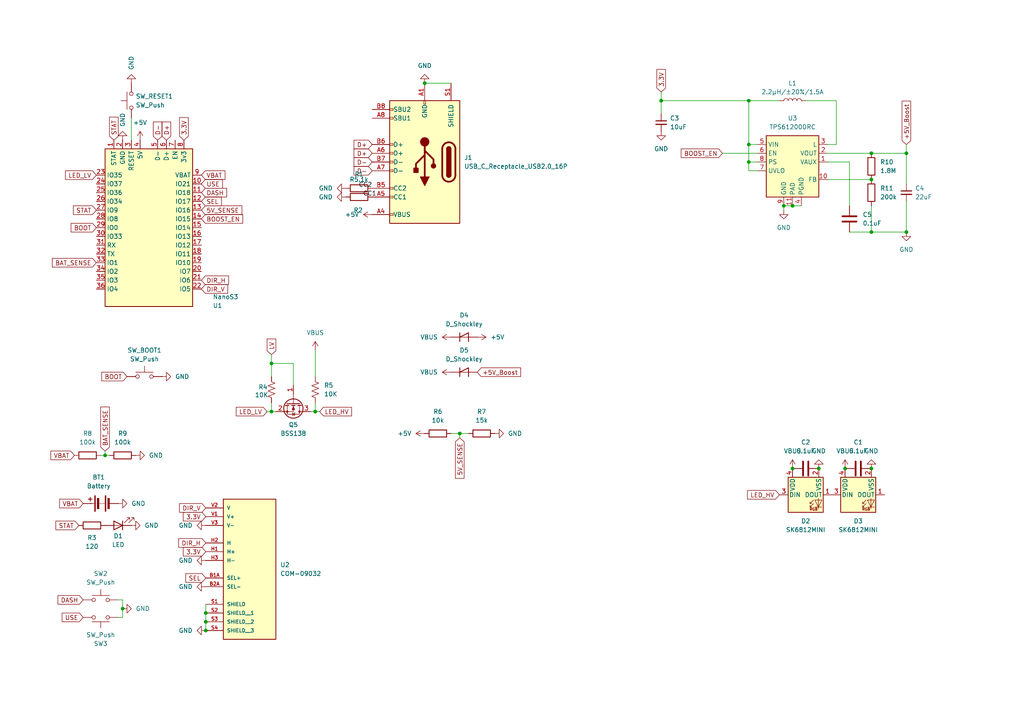
<source format=kicad_sch>
(kicad_sch (version 20250114) (generator "eeschema") (generator_version "9.0")
  (paper "A4")
  (lib_symbols
    (symbol "COM-09032:COM-09032" (pin_names (offset 1.016))
      (property "Reference" "U" (at -7.62 16.002 0))
      (property "Value" "COM-09032" (at -7.62 -27.94 0))
      (symbol "COM-09032_0_0"
        (rectangle (start -7.62 -25.4) (end 7.62 15.24) (stroke (width 0.254)) (fill (type background)))
        (pin passive line (at -12.7 12.7 0) (length 5.08) (name "V") (number "V2"))
        (pin passive line (at -12.7 10.16 0) (length 5.08) (name "V+") (number "V1"))
        (pin passive line (at -12.7 7.62 0) (length 5.08) (name "V-") (number "V3"))
        (pin passive line (at -12.7 2.54 0) (length 5.08) (name "H") (number "H2"))
        (pin passive line (at -12.7 0 0) (length 5.08) (name "H+") (number "H1"))
        (pin passive line (at -12.7 -2.54 0) (length 5.08) (name "H-") (number "H3"))
        (pin passive line (at -12.7 -7.62 0) (length 5.08) (name "SEL+") (number "B1A"))
        (pin passive line (at -12.7 -10.16 0) (length 5.08) (name "SEL-") (number "B2A"))
        (pin passive line (at -12.7 -15.24 0) (length 5.08) (name "SHIELD") (number "S1"))
        (pin passive line (at -12.7 -17.78 0) (length 5.08) (name "SHIELD__1") (number "S2"))
        (pin passive line (at -12.7 -20.32 0) (length 5.08) (name "SHIELD__2") (number "S3"))
        (pin passive line (at -12.7 -22.86 0) (length 5.08) (name "SHIELD__3") (number "S4"))
      )
    )
    (symbol "Connector:USB_C_Receptacle_USB2.0_16P" (pin_names (offset 1.016))
      (property "Reference" "J" (at 0 22.225 0))
      (property "Value" "USB_C_Receptacle_USB2.0_16P" (at 0 19.685 0))
      (symbol "USB_C_Receptacle_USB2.0_16P_0_0"
        (rectangle (start -0.254 -17.78) (end 0.254 -16.764))
        (rectangle (start 10.16 15.494) (end 9.144 14.986))
        (rectangle (start 10.16 10.414) (end 9.144 9.906))
        (rectangle (start 10.16 7.874) (end 9.144 7.366))
        (rectangle (start 10.16 2.794) (end 9.144 2.286))
        (rectangle (start 10.16 0.254) (end 9.144 -0.254))
        (rectangle (start 10.16 -2.286) (end 9.144 -2.794))
        (rectangle (start 10.16 -4.826) (end 9.144 -5.334))
        (rectangle (start 10.16 -12.446) (end 9.144 -12.954))
        (rectangle (start 10.16 -14.986) (end 9.144 -15.494))
      )
      (symbol "USB_C_Receptacle_USB2.0_16P_0_1"
        (rectangle (start -10.16 17.78) (end 10.16 -17.78) (stroke (width 0.254)) (fill (type background)))
        (polyline (pts (xy -8.89 -3.81) (xy -8.89 3.81)) (stroke (width 0.508)))
        (rectangle (start -7.62 -3.81) (end -6.35 3.81) (stroke (width 0.254)) (fill (type outline)))
        (arc (start -7.62 3.81) (mid -6.985 4.4423) (end -6.35 3.81) (stroke (width 0.254)))
        (arc (start -7.62 3.81) (mid -6.985 4.4423) (end -6.35 3.81) (stroke (width 0.254)) (fill (type outline)))
        (arc (start -8.89 3.81) (mid -6.985 5.7067) (end -5.08 3.81) (stroke (width 0.508)))
        (arc (start -5.08 -3.81) (mid -6.985 -5.7067) (end -8.89 -3.81) (stroke (width 0.508)))
        (arc (start -6.35 -3.81) (mid -6.985 -4.4423) (end -7.62 -3.81) (stroke (width 0.254)))
        (arc (start -6.35 -3.81) (mid -6.985 -4.4423) (end -7.62 -3.81) (stroke (width 0.254)) (fill (type outline)))
        (polyline (pts (xy -5.08 3.81) (xy -5.08 -3.81)) (stroke (width 0.508)))
        (circle (center -2.54 1.143) (radius 0.635) (stroke (width 0.254)) (fill (type outline)))
        (polyline (pts (xy -1.27 4.318) (xy 0 6.858) (xy 1.27 4.318) (xy -1.27 4.318)) (stroke (width 0.254)) (fill (type outline)))
        (polyline (pts (xy 0 -2.032) (xy 2.54 0.508) (xy 2.54 1.778)) (stroke (width 0.508)))
        (polyline (pts (xy 0 -3.302) (xy -2.54 -0.762) (xy -2.54 0.508)) (stroke (width 0.508)))
        (polyline (pts (xy 0 -5.842) (xy 0 4.318)) (stroke (width 0.508)))
        (circle (center 0 -5.842) (radius 1.27) (fill (type outline)))
        (rectangle (start 1.905 1.778) (end 3.175 3.048) (stroke (width 0.254)) (fill (type outline)))
      )
      (symbol "USB_C_Receptacle_USB2.0_16P_1_1"
        (pin passive line (at -7.62 -22.86 90) (length 5.08) (name "SHIELD") (number "S1"))
        (pin passive line (at 0 -22.86 90) (length 5.08) (name "GND") (number "A1"))
        (pin passive line (at 0 -22.86 90) (length 5.08) (hide yes) (name "GND") (number "A12"))
        (pin passive line (at 0 -22.86 90) (length 5.08) (hide yes) (name "GND") (number "B1"))
        (pin passive line (at 0 -22.86 90) (length 5.08) (hide yes) (name "GND") (number "B12"))
        (pin passive line (at 15.24 15.24 180) (length 5.08) (name "VBUS") (number "A4"))
        (pin passive line (at 15.24 15.24 180) (length 5.08) (hide yes) (name "VBUS") (number "A9"))
        (pin passive line (at 15.24 15.24 180) (length 5.08) (hide yes) (name "VBUS") (number "B4"))
        (pin passive line (at 15.24 15.24 180) (length 5.08) (hide yes) (name "VBUS") (number "B9"))
        (pin bidirectional line (at 15.24 10.16 180) (length 5.08) (name "CC1") (number "A5"))
        (pin bidirectional line (at 15.24 7.62 180) (length 5.08) (name "CC2") (number "B5"))
        (pin bidirectional line (at 15.24 2.54 180) (length 5.08) (name "D-") (number "A7"))
        (pin bidirectional line (at 15.24 0 180) (length 5.08) (name "D-") (number "B7"))
        (pin bidirectional line (at 15.24 -2.54 180) (length 5.08) (name "D+") (number "A6"))
        (pin bidirectional line (at 15.24 -5.08 180) (length 5.08) (name "D+") (number "B6"))
        (pin bidirectional line (at 15.24 -12.7 180) (length 5.08) (name "SBU1") (number "A8"))
        (pin bidirectional line (at 15.24 -15.24 180) (length 5.08) (name "SBU2") (number "B8"))
      )
    )
    (symbol "Device:Battery" (pin_numbers (hide yes)) (pin_names (offset 0) (hide yes))
      (property "Reference" "BT" (at 2.54 2.54 0))
      (property "Value" "Battery" (at 2.54 0 0))
      (symbol "Battery_0_1"
        (rectangle (start -2.286 1.778) (end 2.286 1.524) (fill (type outline)))
        (rectangle (start -2.286 -1.27) (end 2.286 -1.524) (fill (type outline)))
        (rectangle (start -1.524 1.016) (end 1.524 0.508) (fill (type outline)))
        (rectangle (start -1.524 -2.032) (end 1.524 -2.54) (fill (type outline)))
        (polyline (pts (xy 0 1.778) (xy 0 2.54)))
        (polyline (pts (xy 0 0) (xy 0 0.254)))
        (polyline (pts (xy 0 -0.508) (xy 0 -0.254)))
        (polyline (pts (xy 0 -1.016) (xy 0 -0.762)))
        (polyline (pts (xy 0.762 3.048) (xy 1.778 3.048)) (stroke (width 0.254)))
        (polyline (pts (xy 1.27 3.556) (xy 1.27 2.54)) (stroke (width 0.254)))
      )
      (symbol "Battery_1_1"
        (pin passive line (at 0 5.08 270) (length 2.54) (name "+") (number "1"))
        (pin passive line (at 0 -5.08 90) (length 2.54) (name "-") (number "2"))
      )
    )
    (symbol "Device:C" (pin_numbers (hide yes)) (pin_names (offset 0.254))
      (property "Reference" "C" (at 0.635 2.54 0))
      (property "Value" "C" (at 0.635 -2.54 0))
      (symbol "C_0_1"
        (polyline (pts (xy -2.032 0.762) (xy 2.032 0.762)) (stroke (width 0.508)))
        (polyline (pts (xy -2.032 -0.762) (xy 2.032 -0.762)) (stroke (width 0.508)))
      )
      (symbol "C_1_1"
        (pin passive line (at 0 3.81 270) (length 2.794) (name "~") (number "1"))
        (pin passive line (at 0 -3.81 90) (length 2.794) (name "~") (number "2"))
      )
    )
    (symbol "Device:C_Small" (pin_numbers (hide yes)) (pin_names (offset 0.254) (hide yes))
      (property "Reference" "C" (at 0.254 1.778 0))
      (property "Value" "C_Small" (at 0.254 -2.032 0))
      (symbol "C_Small_0_1"
        (polyline (pts (xy -1.524 0.508) (xy 1.524 0.508)) (stroke (width 0.3048)))
        (polyline (pts (xy -1.524 -0.508) (xy 1.524 -0.508)) (stroke (width 0.3302)))
      )
      (symbol "C_Small_1_1"
        (pin passive line (at 0 2.54 270) (length 2.032) (name "~") (number "1"))
        (pin passive line (at 0 -2.54 90) (length 2.032) (name "~") (number "2"))
      )
    )
    (symbol "Device:D_Shockley" (pin_numbers (hide yes)) (pin_names (offset 1.016) (hide yes))
      (property "Reference" "D" (at 0 2.54 0))
      (property "Value" "D_Shockley" (at 0 -2.54 0))
      (symbol "D_Shockley_0_1"
        (polyline (pts (xy -1.27 1.27) (xy -1.27 -1.27)) (stroke (width 0.254)))
        (polyline (pts (xy -1.27 0) (xy 1.27 0)))
        (polyline (pts (xy -1.27 0) (xy 1.27 1.27) (xy 1.27 -1.27)) (stroke (width 0.254)))
      )
      (symbol "D_Shockley_1_1"
        (pin passive line (at -3.81 0 0) (length 2.54) (name "K") (number "1"))
        (pin passive line (at 3.81 0 180) (length 2.54) (name "A") (number "2"))
      )
    )
    (symbol "Device:L" (pin_numbers (hide yes)) (pin_names (offset 1.016) (hide yes))
      (property "Reference" "L" (at -1.27 0 90))
      (property "Value" "L" (at 1.905 0 90))
      (symbol "L_0_1"
        (arc (start 0 2.54) (mid 0.6323 1.905) (end 0 1.27))
        (arc (start 0 1.27) (mid 0.6323 0.635) (end 0 0))
        (arc (start 0 0) (mid 0.6323 -0.635) (end 0 -1.27))
        (arc (start 0 -1.27) (mid 0.6323 -1.905) (end 0 -2.54))
      )
      (symbol "L_1_1"
        (pin passive line (at 0 3.81 270) (length 1.27) (name "1") (number "1"))
        (pin passive line (at 0 -3.81 90) (length 1.27) (name "2") (number "2"))
      )
    )
    (symbol "Device:LED" (pin_numbers (hide yes)) (pin_names (offset 1.016) (hide yes))
      (property "Reference" "D" (at 0 2.54 0))
      (property "Value" "LED" (at 0 -2.54 0))
      (symbol "LED_0_1"
        (polyline (pts (xy -3.048 -0.762) (xy -4.572 -2.286) (xy -3.81 -2.286) (xy -4.572 -2.286) (xy -4.572 -1.524)))
        (polyline (pts (xy -1.778 -0.762) (xy -3.302 -2.286) (xy -2.54 -2.286) (xy -3.302 -2.286) (xy -3.302 -1.524)))
        (polyline (pts (xy -1.27 0) (xy 1.27 0)))
        (polyline (pts (xy -1.27 -1.27) (xy -1.27 1.27)) (stroke (width 0.254)))
        (polyline (pts (xy 1.27 -1.27) (xy 1.27 1.27) (xy -1.27 0) (xy 1.27 -1.27)) (stroke (width 0.254)))
      )
      (symbol "LED_1_1"
        (pin passive line (at -3.81 0 0) (length 2.54) (name "K") (number "1"))
        (pin passive line (at 3.81 0 180) (length 2.54) (name "A") (number "2"))
      )
    )
    (symbol "Device:R" (pin_numbers (hide yes)) (pin_names (offset 0))
      (property "Reference" "R" (at 2.032 0 90))
      (property "Value" "R" (at 0 0 90))
      (symbol "R_0_1"
        (rectangle (start -1.016 -2.54) (end 1.016 2.54) (stroke (width 0.254)))
      )
      (symbol "R_1_1"
        (pin passive line (at 0 3.81 270) (length 1.27) (name "~") (number "1"))
        (pin passive line (at 0 -3.81 90) (length 1.27) (name "~") (number "2"))
      )
    )
    (symbol "Device:R_US" (pin_numbers (hide yes)) (pin_names (offset 0))
      (property "Reference" "R" (at 2.54 0 90))
      (property "Value" "R_US" (at -2.54 0 90))
      (symbol "R_US_0_1"
        (polyline (pts (xy 0 2.286) (xy 0 2.54)))
        (polyline (pts (xy 0 2.286) (xy 1.016 1.905) (xy 0 1.524) (xy -1.016 1.143) (xy 0 0.762)))
        (polyline (pts (xy 0 0.762) (xy 1.016 0.381) (xy 0 0) (xy -1.016 -0.381) (xy 0 -0.762)))
        (polyline (pts (xy 0 -0.762) (xy 1.016 -1.143) (xy 0 -1.524) (xy -1.016 -1.905) (xy 0 -2.286)))
        (polyline (pts (xy 0 -2.286) (xy 0 -2.54)))
      )
      (symbol "R_US_1_1"
        (pin passive line (at 0 3.81 270) (length 1.27) (name "~") (number "1"))
        (pin passive line (at 0 -3.81 90) (length 1.27) (name "~") (number "2"))
      )
    )
    (symbol "LED:SK6812MINI" (pin_names (offset 0.254))
      (property "Reference" "D" (at 5.08 5.715 0))
      (property "Value" "SK6812MINI" (at 1.27 -5.715 0))
      (symbol "SK6812MINI_0_0"
        (text "RGB" (at 2.286 -4.191 0) (effects (font (size 0.762 0.762))))
      )
      (symbol "SK6812MINI_0_1"
        (polyline (pts (xy 1.27 -2.54) (xy 1.778 -2.54)))
        (polyline (pts (xy 1.27 -3.556) (xy 1.778 -3.556)))
        (polyline (pts (xy 2.286 -1.524) (xy 1.27 -2.54) (xy 1.27 -2.032)))
        (polyline (pts (xy 2.286 -2.54) (xy 1.27 -3.556) (xy 1.27 -3.048)))
        (polyline (pts (xy 3.683 -1.016) (xy 3.683 -3.556) (xy 3.683 -4.064)))
        (polyline (pts (xy 4.699 -1.524) (xy 2.667 -1.524) (xy 3.683 -3.556) (xy 4.699 -1.524)))
        (polyline (pts (xy 4.699 -3.556) (xy 2.667 -3.556)))
        (rectangle (start 5.08 5.08) (end -5.08 -5.08) (stroke (width 0.254)) (fill (type background)))
      )
      (symbol "SK6812MINI_1_1"
        (pin input line (at -7.62 0 0) (length 2.54) (name "DIN") (number "3"))
        (pin power_in line (at -3.81 7.62 270) (length 2.54) (name "VDD") (number "4"))
        (pin power_in line (at 3.81 7.62 270) (length 2.54) (name "VSS") (number "2"))
        (pin output line (at 7.62 0 180) (length 2.54) (name "DOUT") (number "1"))
      )
    )
    (symbol "NanoS3:NanoS3"
      (property "Reference" "U1" (at -20.3709 32.385 0))
      (property "Value" "NanoS3" (at -20.3709 34.925 0))
      (symbol "NanoS3_0_0"
        (pin bidirectional line (at -15.24 0 0) (length 2.54) (name "IO0") (number "29"))
        (pin bidirectional line (at -15.24 -5.08 0) (length 2.54) (name "RX") (number "31"))
        (pin bidirectional line (at -15.24 -7.62 0) (length 2.54) (name "TX") (number "32"))
      )
      (symbol "NanoS3_0_1"
        (rectangle (start -12.7 22.86) (end 12.7 -22.86) (stroke (width 0.254)) (fill (type background)))
      )
      (symbol "NanoS3_1_0"
        (pin bidirectional line (at -15.24 15.24 0) (length 2.54) (name "IO35") (number "23"))
        (pin bidirectional line (at -15.24 12.7 0) (length 2.54) (name "IO37") (number "24"))
        (pin bidirectional line (at -15.24 10.16 0) (length 2.54) (name "IO36") (number "25"))
        (pin bidirectional line (at -15.24 7.62 0) (length 2.54) (name "IO34") (number "26"))
        (pin bidirectional line (at -15.24 5.08 0) (length 2.54) (name "IO9") (number "27"))
        (pin bidirectional line (at -15.24 2.54 0) (length 2.54) (name "IO8") (number "28"))
        (pin bidirectional line (at -15.24 -2.54 0) (length 2.54) (name "IO33") (number "30"))
        (pin bidirectional line (at -15.24 -10.16 0) (length 2.54) (name "IO1") (number "33"))
        (pin bidirectional line (at -15.24 -12.7 0) (length 2.54) (name "IO2") (number "34"))
        (pin bidirectional line (at -15.24 -15.24 0) (length 2.54) (name "IO3") (number "35"))
        (pin bidirectional line (at -15.24 -17.78 0) (length 2.54) (name "IO4") (number "36"))
        (pin bidirectional line (at 15.24 -2.54 180) (length 2.54) (name "IO13") (number "16"))
        (pin bidirectional line (at 15.24 -5.08 180) (length 2.54) (name "IO12") (number "17"))
        (pin bidirectional line (at 15.24 -7.62 180) (length 2.54) (name "IO11") (number "18"))
        (pin bidirectional line (at 15.24 -10.16 180) (length 2.54) (name "IO10") (number "19"))
        (pin bidirectional line (at 15.24 -12.7 180) (length 2.54) (name "IO7") (number "20"))
        (pin bidirectional line (at 15.24 -15.24 180) (length 2.54) (name "IO6") (number "21"))
        (pin bidirectional line (at 15.24 -17.78 180) (length 2.54) (name "IO5") (number "22"))
      )
      (symbol "NanoS3_1_1"
        (pin bidirectional line (at -10.16 25.4 270) (length 2.54) (name "STAT") (number "1"))
        (pin bidirectional line (at -7.62 25.4 270) (length 2.54) (name "GND") (number "2"))
        (pin bidirectional line (at -5.08 25.4 270) (length 2.54) (name "RESET") (number "3"))
        (pin bidirectional line (at -2.54 25.4 270) (length 2.54) (name "5V") (number "4"))
        (pin bidirectional line (at 2.54 25.4 270) (length 2.54) (name "D-") (number "5"))
        (pin bidirectional line (at 5.08 25.4 270) (length 2.54) (name "D+") (number "6"))
        (pin bidirectional line (at 7.62 25.4 270) (length 2.54) (name "EN") (number "7"))
        (pin bidirectional line (at 10.16 25.4 270) (length 2.54) (name "3v3") (number "8"))
        (pin bidirectional line (at 15.24 15.24 180) (length 2.54) (name "VBAT") (number "9"))
        (pin bidirectional line (at 15.24 12.7 180) (length 2.54) (name "IO21") (number "10"))
        (pin bidirectional line (at 15.24 10.16 180) (length 2.54) (name "IO18") (number "11"))
        (pin bidirectional line (at 15.24 7.62 180) (length 2.54) (name "IO17") (number "12"))
        (pin bidirectional line (at 15.24 5.08 180) (length 2.54) (name "IO16") (number "13"))
        (pin bidirectional line (at 15.24 2.54 180) (length 2.54) (name "IO15") (number "14"))
        (pin bidirectional line (at 15.24 0 180) (length 2.54) (name "IO14") (number "15"))
      )
    )
    (symbol "Regulator_Switching:TPS61200DRC"
      (property "Reference" "U" (at -10.16 8.89 0))
      (property "Value" "TPS61200DRC" (at -2.54 8.89 0))
      (symbol "TPS61200DRC_0_1"
        (rectangle (start -7.62 7.62) (end 7.62 -10.16) (stroke (width 0.254)) (fill (type background)))
      )
      (symbol "TPS61200DRC_1_1"
        (pin power_in line (at -10.16 5.08 0) (length 2.54) (name "VIN") (number "5"))
        (pin input line (at -10.16 2.54 0) (length 2.54) (name "EN") (number "6"))
        (pin input line (at -10.16 0 0) (length 2.54) (name "PS") (number "8"))
        (pin input line (at -10.16 -2.54 0) (length 2.54) (name "UVLO") (number "7"))
        (pin power_in line (at -2.54 -12.7 90) (length 2.54) (name "GND") (number "9"))
        (pin power_in line (at 0 -12.7 90) (length 2.54) (name "PAD") (number "11"))
        (pin power_in line (at 2.54 -12.7 90) (length 2.54) (name "PGND") (number "4"))
        (pin input line (at 10.16 5.08 180) (length 2.54) (name "L") (number "3"))
        (pin power_out line (at 10.16 2.54 180) (length 2.54) (name "VOUT") (number "2"))
        (pin bidirectional line (at 10.16 0 180) (length 2.54) (name "VAUX") (number "1"))
        (pin input line (at 10.16 -5.08 180) (length 2.54) (name "FB") (number "10"))
      )
    )
    (symbol "Switch:SW_Push" (pin_numbers (hide yes)) (pin_names (offset 1.016) (hide yes))
      (property "Reference" "SW" (at 1.27 2.54 0))
      (property "Value" "SW_Push" (at 0 -1.524 0))
      (symbol "SW_Push_0_1"
        (circle (center -2.032 0) (radius 0.508))
        (polyline (pts (xy 0 1.27) (xy 0 3.048)))
        (circle (center 2.032 0) (radius 0.508))
        (polyline (pts (xy 2.54 1.27) (xy -2.54 1.27)))
        (pin passive line (at -5.08 0 0) (length 2.54) (name "1") (number "1"))
        (pin passive line (at 5.08 0 180) (length 2.54) (name "2") (number "2"))
      )
    )
    (symbol "Transistor_FET:BSS138" (pin_names (hide yes))
      (property "Reference" "Q" (at 5.08 1.905 0))
      (property "Value" "BSS138" (at 5.08 0 0))
      (symbol "BSS138_0_1"
        (polyline (pts (xy 0.254 1.905) (xy 0.254 -1.905)) (stroke (width 0.254)))
        (polyline (pts (xy 0.254 0) (xy -2.54 0)))
        (polyline (pts (xy 0.762 2.286) (xy 0.762 1.27)) (stroke (width 0.254)))
        (polyline (pts (xy 0.762 0.508) (xy 0.762 -0.508)) (stroke (width 0.254)))
        (polyline (pts (xy 0.762 -1.27) (xy 0.762 -2.286)) (stroke (width 0.254)))
        (polyline (pts (xy 0.762 -1.778) (xy 3.302 -1.778) (xy 3.302 1.778) (xy 0.762 1.778)))
        (polyline (pts (xy 1.016 0) (xy 2.032 0.381) (xy 2.032 -0.381) (xy 1.016 0)) (fill (type outline)))
        (circle (center 1.651 0) (radius 2.794) (stroke (width 0.254)))
        (polyline (pts (xy 2.54 2.54) (xy 2.54 1.778)))
        (circle (center 2.54 1.778) (radius 0.254) (fill (type outline)))
        (circle (center 2.54 -1.778) (radius 0.254) (fill (type outline)))
        (polyline (pts (xy 2.54 -2.54) (xy 2.54 0) (xy 0.762 0)))
        (polyline (pts (xy 2.794 0.508) (xy 2.921 0.381) (xy 3.683 0.381) (xy 3.81 0.254)))
        (polyline (pts (xy 3.302 0.381) (xy 2.921 -0.254) (xy 3.683 -0.254) (xy 3.302 0.381)))
      )
      (symbol "BSS138_1_1"
        (pin input line (at -5.08 0 0) (length 2.54) (name "G") (number "1"))
        (pin passive line (at 2.54 5.08 270) (length 2.54) (name "D") (number "3"))
        (pin passive line (at 2.54 -5.08 90) (length 2.54) (name "S") (number "2"))
      )
    )
    (symbol "power:+5V" (power) (pin_numbers (hide yes)) (pin_names (offset 0) (hide yes))
      (property "Value" "+5V" (at 0 3.556 0))
      (symbol "+5V_0_1"
        (polyline (pts (xy -0.762 1.27) (xy 0 2.54)))
        (polyline (pts (xy 0 2.54) (xy 0.762 1.27)))
        (polyline (pts (xy 0 0) (xy 0 2.54)))
      )
      (symbol "+5V_1_1"
        (pin power_in line (at 0 0 90) (length 0) (name "~") (number "1"))
      )
    )
    (symbol "power:GND" (power) (pin_numbers (hide yes)) (pin_names (offset 0) (hide yes))
      (property "Value" "GND" (at 0 -3.81 0))
      (symbol "GND_0_1"
        (polyline (pts (xy 0 0) (xy 0 -1.27) (xy 1.27 -1.27) (xy 0 -2.54) (xy -1.27 -1.27) (xy 0 -1.27)))
      )
      (symbol "GND_1_1"
        (pin power_in line (at 0 0 270) (length 0) (name "~") (number "1"))
      )
    )
    (symbol "power:VBUS" (power) (pin_numbers (hide yes)) (pin_names (offset 0) (hide yes))
      (property "Value" "VBUS" (at 0 3.556 0))
      (symbol "VBUS_0_1"
        (polyline (pts (xy -0.762 1.27) (xy 0 2.54)))
        (polyline (pts (xy 0 2.54) (xy 0.762 1.27)))
        (polyline (pts (xy 0 0) (xy 0 2.54)))
      )
      (symbol "VBUS_1_1"
        (pin power_in line (at 0 0 90) (length 0) (name "~") (number "1"))
      )
    )
  )
  (junction (at 252.73 44.45))
  (junction (at 123.19 24.13))
  (junction (at 252.73 135.89))
  (junction (at 252.73 67.31))
  (junction (at 227.33 59.69))
  (junction (at 229.87 135.89))
  (junction (at 262.89 67.31))
  (junction (at 78.74 119.38))
  (junction (at 217.17 29.21))
  (junction (at 229.87 59.69))
  (junction (at 237.49 135.89))
  (junction (at 133.35 125.73))
  (junction (at 217.17 46.99))
  (junction (at 59.69 177.8))
  (junction (at 35.56 176.53))
  (junction (at 78.74 105.41))
  (junction (at 217.17 41.91))
  (junction (at 59.69 180.34))
  (junction (at 245.11 135.89))
  (junction (at 30.48 132.08))
  (junction (at 252.73 52.07))
  (junction (at 191.77 29.21))
  (junction (at 91.44 119.38))
  (junction (at 59.69 182.88))
  (junction (at 262.89 44.45))
  (wire (pts (xy 30.48 132.08) (xy 29.21 132.08)))
  (wire (pts (xy 252.73 44.45) (xy 262.89 44.45)))
  (wire (pts (xy 191.77 26.67) (xy 191.77 29.21)))
  (wire (pts (xy 217.17 46.99) (xy 219.71 46.99)))
  (wire (pts (xy 91.44 101.6) (xy 91.44 109.22)))
  (wire (pts (xy 59.69 180.34) (xy 59.69 182.88)))
  (wire (pts (xy 233.68 29.21) (xy 242.57 29.21)))
  (wire (pts (xy 130.81 125.73) (xy 133.35 125.73)))
  (wire (pts (xy 38.1 40.64) (xy 38.1 34.29)))
  (wire (pts (xy 217.17 29.21) (xy 226.06 29.21)))
  (wire (pts (xy 91.44 116.84) (xy 91.44 119.38)))
  (wire (pts (xy 85.09 105.41) (xy 78.74 105.41)))
  (wire (pts (xy 227.33 60.96) (xy 227.33 59.69)))
  (wire (pts (xy 92.71 119.38) (xy 91.44 119.38)))
  (wire (pts (xy 252.73 67.31) (xy 262.89 67.31)))
  (wire (pts (xy 229.87 59.69) (xy 232.41 59.69)))
  (wire (pts (xy 78.74 116.84) (xy 78.74 119.38)))
  (wire (pts (xy 133.35 125.73) (xy 135.89 125.73)))
  (wire (pts (xy 59.69 175.26) (xy 59.69 177.8)))
  (wire (pts (xy 227.33 59.69) (xy 229.87 59.69)))
  (wire (pts (xy 209.55 44.45) (xy 219.71 44.45)))
  (wire (pts (xy 262.89 58.42) (xy 262.89 67.31)))
  (wire (pts (xy 217.17 49.53) (xy 219.71 49.53)))
  (wire (pts (xy 133.35 127) (xy 133.35 125.73)))
  (wire (pts (xy 262.89 44.45) (xy 262.89 41.91)))
  (wire (pts (xy 240.03 44.45) (xy 252.73 44.45)))
  (wire (pts (xy 219.71 41.91) (xy 217.17 41.91)))
  (wire (pts (xy 217.17 41.91) (xy 217.17 46.99)))
  (wire (pts (xy 30.48 130.81) (xy 30.48 132.08)))
  (wire (pts (xy 262.89 53.34) (xy 262.89 44.45)))
  (wire (pts (xy 35.56 173.99) (xy 34.29 173.99)))
  (wire (pts (xy 78.74 105.41) (xy 78.74 109.22)))
  (wire (pts (xy 217.17 46.99) (xy 217.17 49.53)))
  (wire (pts (xy 35.56 176.53) (xy 35.56 173.99)))
  (wire (pts (xy 34.29 179.07) (xy 35.56 179.07)))
  (wire (pts (xy 217.17 29.21) (xy 217.17 41.91)))
  (wire (pts (xy 59.69 177.8) (xy 59.69 180.34)))
  (wire (pts (xy 246.38 46.99) (xy 246.38 59.69)))
  (wire (pts (xy 240.03 46.99) (xy 246.38 46.99)))
  (wire (pts (xy 123.19 24.13) (xy 130.81 24.13)))
  (wire (pts (xy 35.56 176.53) (xy 35.56 179.07)))
  (wire (pts (xy 78.74 102.87) (xy 78.74 105.41)))
  (wire (pts (xy 217.17 29.21) (xy 191.77 29.21)))
  (wire (pts (xy 85.09 111.76) (xy 85.09 105.41)))
  (wire (pts (xy 91.44 119.38) (xy 90.17 119.38)))
  (wire (pts (xy 191.77 29.21) (xy 191.77 33.02)))
  (wire (pts (xy 252.73 59.69) (xy 252.73 67.31)))
  (wire (pts (xy 78.74 119.38) (xy 80.01 119.38)))
  (wire (pts (xy 240.03 52.07) (xy 252.73 52.07)))
  (wire (pts (xy 246.38 67.31) (xy 252.73 67.31)))
  (wire (pts (xy 242.57 29.21) (xy 242.57 41.91)))
  (wire (pts (xy 77.47 119.38) (xy 78.74 119.38)))
  (wire (pts (xy 242.57 41.91) (xy 240.03 41.91)))
  (wire (pts (xy 31.75 132.08) (xy 30.48 132.08)))
  (label "CC2" (at 107.95 54.61 180))
  (label "CC1" (at 109.22 57.15 180))
  (global_label "BOOT" (shape input) (at 27.94 66.04 180) (property "Intersheetrefs" "${INTERSHEET_REFS}" (effects (hide yes))))
  (global_label "D+" (shape input) (at 107.95 44.45 180) (property "Intersheetrefs" "${INTERSHEET_REFS}" (effects (hide yes))))
  (global_label "3.3V" (shape input) (at 59.69 149.86 180) (property "Intersheetrefs" "${INTERSHEET_REFS}" (effects (hide yes))))
  (global_label "LED_HV" (shape input) (at 226.06 143.51 180) (property "Intersheetrefs" "${INTERSHEET_REFS}" (effects (hide yes))))
  (global_label "BAT_SENSE" (shape input) (at 27.94 76.2 180) (property "Intersheetrefs" "${INTERSHEET_REFS}" (effects (hide yes))))
  (global_label "D-" (shape input) (at 107.95 46.99 180) (property "Intersheetrefs" "${INTERSHEET_REFS}" (effects (hide yes))))
  (global_label "STAT" (shape input) (at 22.86 152.4 180) (property "Intersheetrefs" "${INTERSHEET_REFS}" (effects (hide yes))))
  (global_label "D+" (shape input) (at 48.26 40.64 90) (property "Intersheetrefs" "${INTERSHEET_REFS}" (effects (hide yes))))
  (global_label "LED_HV" (shape input) (at 92.71 119.38 0) (property "Intersheetrefs" "${INTERSHEET_REFS}" (effects (hide yes))))
  (global_label "5V_SENSE" (shape input) (at 58.42 60.96 0) (property "Intersheetrefs" "${INTERSHEET_REFS}" (effects (hide yes))))
  (global_label "D+" (shape input) (at 107.95 41.91 180) (property "Intersheetrefs" "${INTERSHEET_REFS}" (effects (hide yes))))
  (global_label "SEL" (shape input) (at 58.42 58.42 0) (property "Intersheetrefs" "${INTERSHEET_REFS}" (effects (hide yes))))
  (global_label "DASH" (shape input) (at 58.42 55.88 0) (property "Intersheetrefs" "${INTERSHEET_REFS}" (effects (hide yes))))
  (global_label "USE" (shape input) (at 24.13 179.07 180) (property "Intersheetrefs" "${INTERSHEET_REFS}" (effects (hide yes))))
  (global_label "LV" (shape input) (at 78.74 102.87 90) (property "Intersheetrefs" "${INTERSHEET_REFS}" (effects (hide yes))))
  (global_label "DIR_V" (shape input) (at 59.69 147.32 180) (property "Intersheetrefs" "${INTERSHEET_REFS}" (effects (hide yes))))
  (global_label "3.3V" (shape input) (at 53.34 40.64 90) (property "Intersheetrefs" "${INTERSHEET_REFS}" (effects (hide yes))))
  (global_label "3.3V" (shape input) (at 191.77 26.67 90) (property "Intersheetrefs" "${INTERSHEET_REFS}" (effects (hide yes))))
  (global_label "VBAT" (shape input) (at 24.13 146.05 180) (property "Intersheetrefs" "${INTERSHEET_REFS}" (effects (hide yes))))
  (global_label "D-" (shape input) (at 107.95 49.53 180) (property "Intersheetrefs" "${INTERSHEET_REFS}" (effects (hide yes))))
  (global_label "DASH" (shape input) (at 24.13 173.99 180) (property "Intersheetrefs" "${INTERSHEET_REFS}" (effects (hide yes))))
  (global_label "VBAT" (shape input) (at 21.59 132.08 180) (property "Intersheetrefs" "${INTERSHEET_REFS}" (effects (hide yes))))
  (global_label "USE" (shape input) (at 58.42 53.34 0) (property "Intersheetrefs" "${INTERSHEET_REFS}" (effects (hide yes))))
  (global_label "LED_LV" (shape input) (at 77.47 119.38 180) (property "Intersheetrefs" "${INTERSHEET_REFS}" (effects (hide yes))))
  (global_label "STAT" (shape input) (at 27.94 60.96 180) (property "Intersheetrefs" "${INTERSHEET_REFS}" (effects (hide yes))))
  (global_label "LED_LV" (shape input) (at 27.94 50.8 180) (property "Intersheetrefs" "${INTERSHEET_REFS}" (effects (hide yes))))
  (global_label "SEL" (shape input) (at 59.69 167.64 180) (property "Intersheetrefs" "${INTERSHEET_REFS}" (effects (hide yes))))
  (global_label "5V_SENSE" (shape input) (at 133.35 127 270) (property "Intersheetrefs" "${INTERSHEET_REFS}" (effects (hide yes))))
  (global_label "BOOST_EN" (shape input) (at 58.42 63.5 0) (property "Intersheetrefs" "${INTERSHEET_REFS}" (effects (hide yes))))
  (global_label "DIR_H" (shape input) (at 59.69 157.48 180) (property "Intersheetrefs" "${INTERSHEET_REFS}" (effects (hide yes))))
  (global_label "BAT_SENSE" (shape input) (at 30.48 130.81 90) (property "Intersheetrefs" "${INTERSHEET_REFS}" (effects (hide yes))))
  (global_label "STAT" (shape input) (at 33.02 40.64 90) (property "Intersheetrefs" "${INTERSHEET_REFS}" (effects (hide yes))))
  (global_label "DIR_H" (shape input) (at 58.42 81.28 0) (property "Intersheetrefs" "${INTERSHEET_REFS}" (effects (hide yes))))
  (global_label "+5V_Boost" (shape input) (at 262.89 41.91 90) (property "Intersheetrefs" "${INTERSHEET_REFS}" (effects (hide yes))))
  (global_label "D-" (shape input) (at 45.72 40.64 90) (property "Intersheetrefs" "${INTERSHEET_REFS}" (effects (hide yes))))
  (global_label "BOOST_EN" (shape input) (at 209.55 44.45 180) (property "Intersheetrefs" "${INTERSHEET_REFS}" (effects (hide yes))))
  (global_label "+5V_Boost" (shape input) (at 138.43 107.95 0) (property "Intersheetrefs" "${INTERSHEET_REFS}" (effects (hide yes))))
  (global_label "VBAT" (shape input) (at 58.42 50.8 0) (property "Intersheetrefs" "${INTERSHEET_REFS}" (effects (hide yes))))
  (global_label "3.3V" (shape input) (at 59.69 160.02 180) (property "Intersheetrefs" "${INTERSHEET_REFS}" (effects (hide yes))))
  (global_label "BOOT" (shape input) (at 36.83 109.22 180) (property "Intersheetrefs" "${INTERSHEET_REFS}" (effects (hide yes))))
  (global_label "DIR_V" (shape input) (at 58.42 83.82 0) (property "Intersheetrefs" "${INTERSHEET_REFS}" (effects (hide yes))))
  (symbol (lib_id "Device:R_US") (at 91.44 113.03 0) (unit 1)
    (property "Reference" "R5" (at 93.98 111.7599 0) (effects (justify left)))
    (property "Value" "10K" (at 93.98 114.2999 0) (effects (justify left)))
    (property "Footprint" "Resistor_SMD:R_0603_1608Metric_Pad0.98x0.95mm_HandSolder" (effects (hide yes)))
    (property "Description" "Resistor, US symbol" (effects (hide yes)))
  )
  (symbol (lib_id "Switch:SW_Push") (at 38.1 29.21 90) (unit 1)
    (property "Reference" "SW_RESET1" (at 39.37 27.9399 90) (effects (justify right)))
    (property "Value" "SW_Push" (at 39.37 30.4799 90) (effects (justify right)))
    (property "Footprint" "Button_Switch_SMD:SW_Push_SPST_NO_Alps_SKRK" (effects (hide yes)))
    (property "Description" "Push button switch, generic, two pins" (effects (hide yes)))
  )
  (symbol (lib_id "power:GND") (at 123.19 24.13 180) (unit 1)
    (property "Reference" "#PWR04" (effects (hide yes)))
    (property "Value" "GND" (at 123.19 19.05 0))
    (property "Description" "Power symbol creates a global label with name \"GND\" , ground" (effects (hide yes)))
  )
  (symbol (lib_id "power:GND") (at 262.89 67.31 0) (unit 1)
    (property "Reference" "#PWR027" (effects (hide yes)))
    (property "Value" "GND" (at 262.89 72.39 0))
    (property "Description" "Power symbol creates a global label with name \"GND\" , ground" (effects (hide yes)))
  )
  (symbol (lib_id "power:GND") (at 237.49 135.89 180) (unit 1)
    (property "Reference" "#PWR010" (effects (hide yes)))
    (property "Value" "GND" (at 237.49 130.81 0))
    (property "Description" "Power symbol creates a global label with name \"GND\" , ground" (effects (hide yes)))
  )
  (symbol (lib_id "power:GND") (at 59.69 170.18 270) (unit 1)
    (property "Reference" "#PWR015" (effects (hide yes)))
    (property "Value" "GND" (at 55.88 170.1799 90) (effects (justify right)))
    (property "Description" "Power symbol creates a global label with name \"GND\" , ground" (effects (hide yes)))
  )
  (symbol (lib_id "Device:R") (at 139.7 125.73 90) (unit 1)
    (property "Reference" "R7" (at 139.7 119.38 90))
    (property "Value" "15k" (at 139.7 121.92 90))
    (property "Footprint" "Resistor_SMD:R_0603_1608Metric_Pad0.98x0.95mm_HandSolder" (effects (hide yes)))
    (property "Description" "Resistor" (effects (hide yes)))
  )
  (symbol (lib_id "Transistor_FET:BSS138") (at 85.09 116.84 270) (unit 1)
    (property "Reference" "Q5" (at 85.09 123.19 90))
    (property "Value" "BSS138" (at 85.09 125.73 90))
    (property "Footprint" "Package_TO_SOT_SMD:SOT-23" (effects (hide yes)))
    (property "Datasheet" "https://www.onsemi.com/pub/Collateral/BSS138-D.PDF" (effects (hide yes)))
    (property "Description" "50V Vds, 0.22A Id, N-Channel MOSFET, SOT-23" (effects (hide yes)))
  )
  (symbol (lib_id "Device:D_Shockley") (at 134.62 97.79 0) (unit 1)
    (property "Reference" "D4" (at 134.62 91.44 0))
    (property "Value" "D_Shockley" (at 134.62 93.98 0))
    (property "Footprint" "Diode_SMD:D_SMA-SMB_Universal_Handsoldering" (effects (hide yes)))
    (property "Description" "Shockley (PNPN) diode" (effects (hide yes)))
  )
  (symbol (lib_id "Device:C_Small") (at 262.89 55.88 0) (unit 1)
    (property "Reference" "C4" (at 265.43 54.6162 0) (effects (justify left)))
    (property "Value" "22uF" (at 265.43 57.1562 0) (effects (justify left)))
    (property "Footprint" "Capacitor_SMD:C_0603_1608Metric_Pad1.08x0.95mm_HandSolder" (effects (hide yes)))
    (property "Description" "Unpolarized capacitor, small symbol" (effects (hide yes)))
  )
  (symbol (lib_id "power:GND") (at 59.69 152.4 270) (unit 1)
    (property "Reference" "#PWR013" (effects (hide yes)))
    (property "Value" "GND" (at 55.88 152.3999 90) (effects (justify right)))
    (property "Description" "Power symbol creates a global label with name \"GND\" , ground" (effects (hide yes)))
  )
  (symbol (lib_id "power:GND") (at 59.69 182.88 270) (unit 1)
    (property "Reference" "#PWR016" (effects (hide yes)))
    (property "Value" "GND" (at 55.88 182.8799 90) (effects (justify right)))
    (property "Description" "Power symbol creates a global label with name \"GND\" , ground" (effects (hide yes)))
  )
  (symbol (lib_id "Switch:SW_Push") (at 41.91 109.22 0) (unit 1)
    (property "Reference" "SW_BOOT1" (at 41.91 101.6 0))
    (property "Value" "SW_Push" (at 41.91 104.14 0))
    (property "Footprint" "Button_Switch_SMD:SW_Push_SPST_NO_Alps_SKRK" (effects (hide yes)))
    (property "Description" "Push button switch, generic, two pins" (effects (hide yes)))
  )
  (symbol (lib_id "Device:R") (at 104.14 57.15 90) (unit 1)
    (property "Reference" "R2" (at 103.886 60.96 90))
    (property "Value" "R5.1k" (effects (hide yes)))
    (property "Footprint" "Resistor_SMD:R_0603_1608Metric_Pad0.98x0.95mm_HandSolder" (effects (hide yes)))
    (property "Description" "Resistor" (effects (hide yes)))
  )
  (symbol (lib_id "power:GND") (at 227.33 60.96 0) (unit 1)
    (property "Reference" "#PWR026" (effects (hide yes)))
    (property "Value" "GND" (at 227.33 66.04 0))
    (property "Description" "Power symbol creates a global label with name \"GND\" , ground" (effects (hide yes)))
  )
  (symbol (lib_id "power:GND") (at 38.1 24.13 180) (unit 1)
    (property "Reference" "#PWR06" (effects (hide yes)))
    (property "Value" "GND" (at 38.0999 20.32 90) (effects (justify right)))
    (property "Description" "Power symbol creates a global label with name \"GND\" , ground" (effects (hide yes)))
  )
  (symbol (lib_id "power:GND") (at 100.33 54.61 270) (unit 1)
    (property "Reference" "#PWR05" (effects (hide yes)))
    (property "Value" "GND" (at 96.52 54.6099 90) (effects (justify right)))
    (property "Description" "Power symbol creates a global label with name \"GND\" , ground" (effects (hide yes)))
  )
  (symbol (lib_id "Device:Battery") (at 29.21 146.05 90) (unit 1)
    (property "Reference" "BT1" (at 28.6385 138.43 90))
    (property "Value" "Battery" (at 28.6385 140.97 90))
    (property "Footprint" "Connector_JST:JST_XH_S2B-XH-A_1x02_P2.50mm_Horizontal" (effects (hide yes)))
    (property "Description" "Multiple-cell battery" (effects (hide yes)))
  )
  (symbol (lib_id "Device:R") (at 104.14 54.61 90) (unit 1)
    (property "Reference" "R1" (at 104.14 50.546 90))
    (property "Value" "R5.1k" (at 104.14 52.07 90))
    (property "Footprint" "Resistor_SMD:R_0603_1608Metric_Pad0.98x0.95mm_HandSolder" (effects (hide yes)))
    (property "Description" "Resistor" (effects (hide yes)))
  )
  (symbol (lib_id "Device:L") (at 229.87 29.21 90) (unit 1)
    (property "Reference" "L1" (at 229.87 24.13 90))
    (property "Value" "2.2µH/±20%/1.5A" (at 229.87 26.67 90))
    (property "Footprint" "Inductor_SMD:L_1008_2520Metric_Pad1.43x2.20mm_HandSolder" (effects (hide yes)))
    (property "Description" "Inductor" (effects (hide yes)))
  )
  (symbol (lib_id "power:GND") (at 34.29 146.05 90) (unit 1)
    (property "Reference" "#PWR07" (effects (hide yes)))
    (property "Value" "GND" (at 38.1 146.0499 90) (effects (justify right)))
    (property "Description" "Power symbol creates a global label with name \"GND\" , ground" (effects (hide yes)))
  )
  (symbol (lib_id "Device:C") (at 246.38 63.5 180) (unit 1)
    (property "Reference" "C5" (at 250.19 62.2299 0) (effects (justify right)))
    (property "Value" "0.1uF" (at 250.19 64.7699 0) (effects (justify right)))
    (property "Footprint" "Capacitor_SMD:C_0603_1608Metric_Pad1.08x0.95mm_HandSolder" (effects (hide yes)))
    (property "Description" "Unpolarized capacitor" (effects (hide yes)))
  )
  (symbol (lib_id "power:VBUS") (at 130.81 107.95 90) (unit 1)
    (property "Reference" "#PWR024" (effects (hide yes)))
    (property "Value" "VBUS" (at 127 107.9499 90) (effects (justify left)))
    (property "Description" "Power symbol creates a global label with name \"VBUS\"" (effects (hide yes)))
  )
  (symbol (lib_id "Device:R") (at 35.56 132.08 90) (unit 1)
    (property "Reference" "R9" (at 35.56 125.73 90))
    (property "Value" "100k" (at 35.56 128.27 90))
    (property "Footprint" "Resistor_SMD:R_0603_1608Metric_Pad0.98x0.95mm_HandSolder" (effects (hide yes)))
    (property "Description" "Resistor" (effects (hide yes)))
  )
  (symbol (lib_id "power:+5V") (at 40.64 40.64 0) (unit 1)
    (property "Reference" "#PWR019" (effects (hide yes)))
    (property "Value" "+5V" (at 40.64 35.56 0))
    (property "Description" "Power symbol creates a global label with name \"+5V\"" (effects (hide yes)))
  )
  (symbol (lib_id "power:VBUS") (at 130.81 97.79 90) (unit 1)
    (property "Reference" "#PWR02" (effects (hide yes)))
    (property "Value" "VBUS" (at 127 97.7899 90) (effects (justify left)))
    (property "Description" "Power symbol creates a global label with name \"VBUS\"" (effects (hide yes)))
  )
  (symbol (lib_id "Device:R") (at 127 125.73 90) (unit 1)
    (property "Reference" "R6" (at 127 119.38 90))
    (property "Value" "10k" (at 127 121.92 90))
    (property "Footprint" "Resistor_SMD:R_0603_1608Metric_Pad0.98x0.95mm_HandSolder" (effects (hide yes)))
    (property "Description" "Resistor" (effects (hide yes)))
  )
  (symbol (lib_id "Device:R") (at 25.4 132.08 90) (unit 1)
    (property "Reference" "R8" (at 25.4 125.73 90))
    (property "Value" "100k" (at 25.4 128.27 90))
    (property "Footprint" "Resistor_SMD:R_0603_1608Metric_Pad0.98x0.95mm_HandSolder" (effects (hide yes)))
    (property "Description" "Resistor" (effects (hide yes)))
  )
  (symbol (lib_id "power:GND") (at 35.56 176.53 90) (unit 1)
    (property "Reference" "#PWR011" (effects (hide yes)))
    (property "Value" "GND" (at 39.37 176.5299 90) (effects (justify right)))
    (property "Description" "Power symbol creates a global label with name \"GND\" , ground" (effects (hide yes)))
  )
  (symbol (lib_id "Switch:SW_Push") (at 29.21 173.99 0) (unit 1)
    (property "Reference" "SW2" (at 29.21 166.37 0))
    (property "Value" "SW_Push" (at 29.21 168.91 0))
    (property "Footprint" "footprints:SW_Cherry_MX_PCB_1.00u" (effects (hide yes)))
    (property "Description" "Push button switch, generic, two pins" (effects (hide yes)))
  )
  (symbol (lib_id "power:+5V") (at 138.43 97.79 270) (unit 1)
    (property "Reference" "#PWR01" (effects (hide yes)))
    (property "Value" "+5V" (at 142.24 97.7899 90) (effects (justify left)))
    (property "Description" "Power symbol creates a global label with name \"+5V\"" (effects (hide yes)))
  )
  (symbol (lib_id "LED:SK6812MINI") (at 233.68 143.51 0) (unit 1)
    (property "Reference" "D2" (at 233.68 151.13 0))
    (property "Value" "SK6812MINI" (at 233.68 153.67 0))
    (property "Footprint" "footprints:SK6812MINI-E" (effects (hide yes)))
    (property "Datasheet" "https://cdn-shop.adafruit.com/product-files/2686/SK6812MINI_REV.01-1-2.pdf" (effects (hide yes)))
    (property "Description" "RGB LED with integrated controller" (effects (hide yes)))
  )
  (symbol (lib_id "Device:C") (at 248.92 135.89 90) (unit 1)
    (property "Reference" "C1" (at 248.92 128.27 90))
    (property "Value" "0.1uF" (at 248.92 130.81 90))
    (property "Footprint" "Capacitor_SMD:C_0805_2012Metric_Pad1.18x1.45mm_HandSolder" (effects (hide yes)))
    (property "Description" "Unpolarized capacitor" (effects (hide yes)))
  )
  (symbol (lib_id "power:+5V") (at 123.19 125.73 90) (unit 1)
    (property "Reference" "#PWR022" (effects (hide yes)))
    (property "Value" "+5V" (at 119.38 125.7299 90) (effects (justify left)))
    (property "Description" "Power symbol creates a global label with name \"+5V\"" (effects (hide yes)))
  )
  (symbol (lib_id "power:GND") (at 191.77 38.1 0) (unit 1)
    (property "Reference" "#PWR025" (effects (hide yes)))
    (property "Value" "GND" (at 191.77 43.18 0))
    (property "Description" "Power symbol creates a global label with name \"GND\" , ground" (effects (hide yes)))
  )
  (symbol (lib_id "Device:C") (at 233.68 135.89 90) (unit 1)
    (property "Reference" "C2" (at 233.68 128.27 90))
    (property "Value" "0.1uF" (at 233.68 130.81 90))
    (property "Footprint" "Capacitor_SMD:C_0805_2012Metric_Pad1.18x1.45mm_HandSolder" (effects (hide yes)))
    (property "Description" "Unpolarized capacitor" (effects (hide yes)))
  )
  (symbol (lib_id "Device:C_Small") (at 191.77 35.56 0) (unit 1)
    (property "Reference" "C3" (at 194.31 34.2962 0) (effects (justify left)))
    (property "Value" "10uF" (at 194.31 36.8362 0) (effects (justify left)))
    (property "Footprint" "Capacitor_SMD:C_0603_1608Metric_Pad1.08x0.95mm_HandSolder" (effects (hide yes)))
    (property "Description" "Unpolarized capacitor, small symbol" (effects (hide yes)))
  )
  (symbol (lib_id "power:GND") (at 46.99 109.22 90) (unit 1)
    (property "Reference" "#PWR018" (effects (hide yes)))
    (property "Value" "GND" (at 50.8 109.2199 90) (effects (justify right)))
    (property "Description" "Power symbol creates a global label with name \"GND\" , ground" (effects (hide yes)))
  )
  (symbol (lib_id "Device:R") (at 252.73 48.26 0) (unit 1)
    (property "Reference" "R10" (at 255.27 46.9899 0) (effects (justify left)))
    (property "Value" "1.8M" (at 255.27 49.5299 0) (effects (justify left)))
    (property "Footprint" "Resistor_SMD:R_0603_1608Metric_Pad0.98x0.95mm_HandSolder" (effects (hide yes)))
    (property "Description" "Resistor" (effects (hide yes)))
  )
  (symbol (lib_id "Switch:SW_Push") (at 29.21 179.07 180) (unit 1)
    (property "Reference" "SW3" (at 29.21 186.69 0))
    (property "Value" "SW_Push" (at 29.21 184.15 0))
    (property "Footprint" "footprints:SW_Cherry_MX_PCB_1.00u" (effects (hide yes)))
    (property "Description" "Push button switch, generic, two pins" (effects (hide yes)))
  )
  (symbol (lib_id "power:VBUS") (at 229.87 135.89 0) (unit 1)
    (property "Reference" "#PWR037" (effects (hide yes)))
    (property "Value" "VBUS" (at 229.87 130.81 0))
    (property "Description" "Power symbol creates a global label with name \"VBUS\"" (effects (hide yes)))
  )
  (symbol (lib_id "power:GND") (at 100.33 57.15 270) (unit 1)
    (property "Reference" "#PWR017" (effects (hide yes)))
    (property "Value" "GND" (at 96.52 57.1499 90) (effects (justify right)))
    (property "Description" "Power symbol creates a global label with name \"GND\" , ground" (effects (hide yes)))
  )
  (symbol (lib_id "Device:R_US") (at 78.74 113.03 0) (unit 1)
    (property "Reference" "R4" (at 74.93 112.268 0) (effects (justify left)))
    (property "Value" "10K" (at 73.914 114.554 0) (effects (justify left)))
    (property "Footprint" "Resistor_SMD:R_0603_1608Metric_Pad0.98x0.95mm_HandSolder" (effects (hide yes)))
    (property "Description" "Resistor, US symbol" (effects (hide yes)))
  )
  (symbol (lib_id "power:GND") (at 38.1 152.4 90) (unit 1)
    (property "Reference" "#PWR08" (effects (hide yes)))
    (property "Value" "GND" (at 41.91 152.3999 90) (effects (justify right)))
    (property "Description" "Power symbol creates a global label with name \"GND\" , ground" (effects (hide yes)))
  )
  (symbol (lib_id "Regulator_Switching:TPS61200DRC") (at 229.87 46.99 0) (unit 1)
    (property "Reference" "U3" (at 229.87 34.29 0))
    (property "Value" "TPS61200DRC" (at 229.87 36.83 0))
    (property "Footprint" "Package_SON:Texas_S-PVSON-N10_ThermalVias" (effects (hide yes)))
    (property "Datasheet" "http://www.ti.com/lit/ds/symlink/tps61200.pdf" (effects (hide yes)))
    (property "Description" "Low Input Voltage Synchronous Boost Converter With 1.3A Switches, Adjustable Output Voltage, 0.3-5.5V Input Voltage, VSON-10" (effects (hide yes)))
  )
  (symbol (lib_id "power:VBUS") (at 91.44 101.6 0) (unit 1)
    (property "Reference" "#PWR0213" (effects (hide yes)))
    (property "Value" "VBUS" (at 91.44 96.52 0))
    (property "Description" "Power symbol creates a global label with name \"VBUS\"" (effects (hide yes)))
  )
  (symbol (lib_id "Device:R") (at 252.73 55.88 0) (unit 1)
    (property "Reference" "R11" (at 255.27 54.6099 0) (effects (justify left)))
    (property "Value" "200k" (at 255.27 57.1499 0) (effects (justify left)))
    (property "Footprint" "Resistor_SMD:R_0603_1608Metric_Pad0.98x0.95mm_HandSolder" (effects (hide yes)))
    (property "Description" "Resistor" (effects (hide yes)))
  )
  (symbol (lib_id "Device:R") (at 26.67 152.4 90) (unit 1)
    (property "Reference" "R3" (at 26.67 155.956 90))
    (property "Value" "120" (at 26.67 158.496 90))
    (property "Footprint" "Capacitor_SMD:C_0603_1608Metric_Pad1.08x0.95mm_HandSolder" (effects (hide yes)))
    (property "Description" "Resistor" (effects (hide yes)))
  )
  (symbol (lib_id "power:GND") (at 59.69 162.56 270) (unit 1)
    (property "Reference" "#PWR014" (effects (hide yes)))
    (property "Value" "GND" (at 55.88 162.5599 90) (effects (justify right)))
    (property "Description" "Power symbol creates a global label with name \"GND\" , ground" (effects (hide yes)))
  )
  (symbol (lib_id "power:+5V") (at 107.95 62.23 90) (unit 1)
    (property "Reference" "#PWR020" (effects (hide yes)))
    (property "Value" "+5V" (at 104.14 62.2299 90) (effects (justify left)))
    (property "Description" "Power symbol creates a global label with name \"+5V\"" (effects (hide yes)))
  )
  (symbol (lib_id "power:GND") (at 252.73 135.89 180) (unit 1)
    (property "Reference" "#PWR012" (effects (hide yes)))
    (property "Value" "GND" (at 252.73 130.81 0))
    (property "Description" "Power symbol creates a global label with name \"GND\" , ground" (effects (hide yes)))
  )
  (symbol (lib_id "Connector:USB_C_Receptacle_USB2.0_16P") (at 123.19 46.99 180) (unit 1)
    (property "Reference" "J1" (at 134.62 45.7199 0) (effects (justify right)))
    (property "Value" "USB_C_Receptacle_USB2.0_16P" (at 134.62 48.2599 0) (effects (justify right)))
    (property "Footprint" "Connector_USB:USB_C_Receptacle_G-Switch_GT-USB-7010ASV" (effects (hide yes)))
    (property "Datasheet" "https://www.usb.org/sites/default/files/documents/usb_type-c.zip" (effects (hide yes)))
    (property "Description" "USB 2.0-only 16P Type-C Receptacle connector" (effects (hide yes)))
  )
  (symbol (lib_id "Device:LED") (at 34.29 152.4 180) (unit 1)
    (property "Reference" "D1" (at 34.29 155.448 0))
    (property "Value" "LED" (at 34.29 157.988 0))
    (property "Footprint" "LED_SMD:LED_0603_1608Metric_Pad1.05x0.95mm_HandSolder" (effects (hide yes)))
    (property "Description" "Light emitting diode" (effects (hide yes)))
    (property "Sim.Pins" "1=K 2=A" (effects (hide yes)))
  )
  (symbol (lib_id "power:GND") (at 143.51 125.73 90) (unit 1)
    (property "Reference" "#PWR021" (effects (hide yes)))
    (property "Value" "GND" (at 147.32 125.7299 90) (effects (justify right)))
    (property "Description" "Power symbol creates a global label with name \"GND\" , ground" (effects (hide yes)))
  )
  (symbol (lib_id "LED:SK6812MINI") (at 248.92 143.51 0) (unit 1)
    (property "Reference" "D3" (at 248.92 151.13 0))
    (property "Value" "SK6812MINI" (at 248.92 153.67 0))
    (property "Footprint" "footprints:SK6812MINI-E" (effects (hide yes)))
    (property "Datasheet" "https://cdn-shop.adafruit.com/product-files/2686/SK6812MINI_REV.01-1-2.pdf" (effects (hide yes)))
    (property "Description" "RGB LED with integrated controller" (effects (hide yes)))
  )
  (symbol (lib_id "COM-09032:COM-09032") (at 72.39 160.02 0) (unit 1)
    (property "Reference" "U2" (at 81.28 163.8299 0) (effects (justify left)))
    (property "Value" "COM-09032" (at 81.28 166.3699 0) (effects (justify left)))
    (property "Footprint" "footprints:PS4_joystick" (effects (hide yes)))
    (property "PARTREV" "N/A" (effects (hide yes)))
    (property "STANDARD" "Manufacturer Recommendations" (effects (hide yes)))
    (property "MAXIMUM_PACKAGE_HEIGHT" "30.1mm" (effects (hide yes)))
    (property "MANUFACTURER" "SparkFun Electronics" (effects (hide yes)))
  )
  (symbol (lib_id "NanoS3:NanoS3") (at 43.18 66.04 0) (unit 1)
    (property "Reference" "U1" (at 61.722 88.646 0) (effects (justify left)))
    (property "Value" "NanoS3" (at 61.722 86.106 0) (effects (justify left)))
    (property "Footprint" "NanoS3:NanoS3_HandSolder" (effects (hide yes)))
  )
  (symbol (lib_id "Device:D_Shockley") (at 134.62 107.95 0) (unit 1)
    (property "Reference" "D5" (at 134.62 101.6 0))
    (property "Value" "D_Shockley" (at 134.62 104.14 0))
    (property "Footprint" "Diode_SMD:D_SMA-SMB_Universal_Handsoldering" (effects (hide yes)))
    (property "Description" "Shockley (PNPN) diode" (effects (hide yes)))
  )
  (symbol (lib_id "power:GND") (at 35.56 40.64 180) (unit 1)
    (property "Reference" "#PWR03" (effects (hide yes)))
    (property "Value" "GND" (at 35.5599 36.83 90) (effects (justify right)))
    (property "Description" "Power symbol creates a global label with name \"GND\" , ground" (effects (hide yes)))
  )
  (symbol (lib_id "power:GND") (at 39.37 132.08 90) (unit 1)
    (property "Reference" "#PWR023" (effects (hide yes)))
    (property "Value" "GND" (at 43.18 132.0799 90) (effects (justify right)))
    (property "Description" "Power symbol creates a global label with name \"GND\" , ground" (effects (hide yes)))
  )
  (symbol (lib_id "power:VBUS") (at 245.11 135.89 0) (unit 1)
    (property "Reference" "#PWR09" (effects (hide yes)))
    (property "Value" "VBUS" (at 245.11 130.81 0))
    (property "Description" "Power symbol creates a global label with name \"VBUS\"" (effects (hide yes)))
  )
)
</source>
